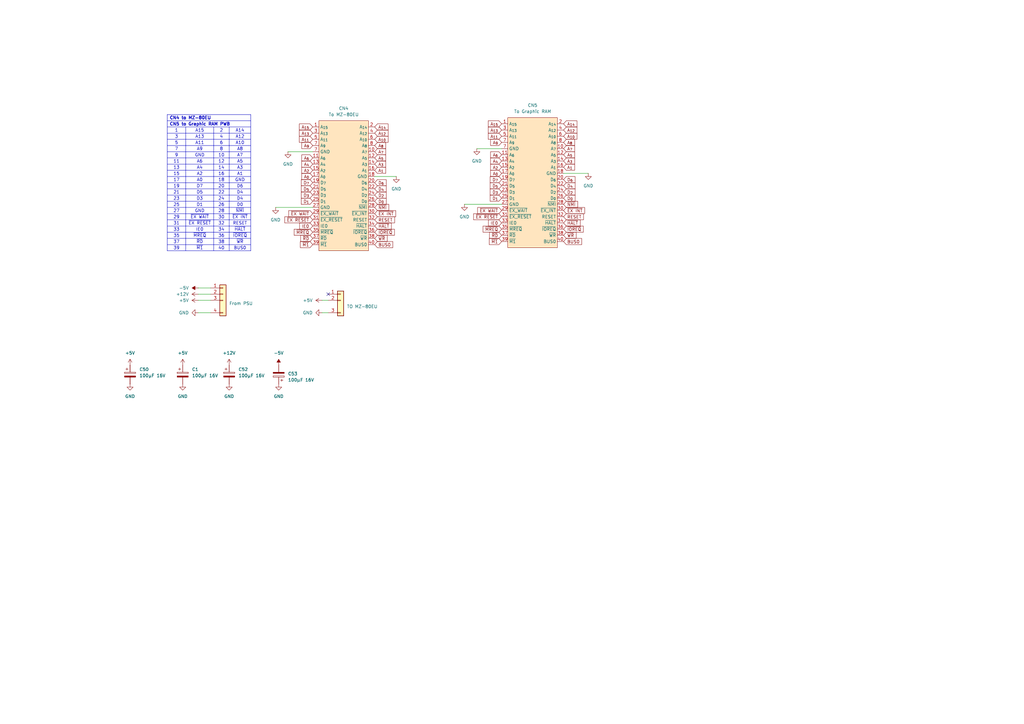
<source format=kicad_sch>
(kicad_sch (version 20250114) (generator "eeschema") (generator_version "9.0")
  (paper "A3")
  (title_block (title "Sharp MZ-80B CPU Board Circuits (5)") (date "14/FEB/2026") (rev "A") (company "Brett Hallen") (comment 4 "Redrawn from Service Manual"))
  (lib_symbols
    (symbol "Connector_Generic:Conn_01x04" (pin_names (offset 1.016) (hide yes))
      (property "Value" "TO MZ-80EU" (at 2.54 -2.5399 0))
      (symbol "Conn_01x04_1_1"
        (rectangle (start -1.27 3.81) (end 1.27 -6.35) (stroke (width 0.254)) (fill (type background)))
        (rectangle (start -1.27 2.667) (end 0 2.413) (stroke (width 0.1524)))
        (rectangle (start -1.27 0.127) (end 0 -0.127) (stroke (width 0.1524)))
        (rectangle (start -1.27 -4.953) (end 0 -5.207) (stroke (width 0.1524)))
        (pin passive line (at -5.08 2.54 0) (length 3.81) (name "") (number "1"))
        (pin passive line (at -5.08 0 0) (length 3.81) (name "+5V") (number "2"))
        (pin passive line (at -5.08 -5.08 0) (length 3.81) (name "GND") (number "3"))
      )
    )
    (symbol "Connector_Generic:Conn_01x05" (pin_names (offset 1.016) (hide yes))
      (property "Value" "From PSU" (at 2.54 -1.2699 0))
      (symbol "Conn_01x05_1_1"
        (rectangle (start -1.27 6.35) (end 1.27 -6.35) (stroke (width 0.254)) (fill (type background)))
        (rectangle (start -1.27 5.207) (end 0 4.953) (stroke (width 0.1524)))
        (rectangle (start -1.27 2.667) (end 0 2.413) (stroke (width 0.1524)))
        (rectangle (start -1.27 0.127) (end 0 -0.127) (stroke (width 0.1524)))
        (rectangle (start -1.27 -4.953) (end 0 -5.207) (stroke (width 0.1524)))
        (pin passive line (at -5.08 5.08 0) (length 3.81) (name "-5V") (number "1"))
        (pin passive line (at -5.08 2.54 0) (length 3.81) (name "+12V") (number "2"))
        (pin passive line (at -5.08 0 0) (length 3.81) (name "+5V") (number "3"))
        (pin passive line (at -5.08 -5.08 0) (length 3.81) (name "GND") (number "4"))
      )
    )
    (symbol "Device:C_Polarized" (pin_numbers (hide yes)) (pin_names (offset 0.254))
      (property "Reference" "C" (at 0.635 2.54 0))
      (property "Value" "C_Polarized" (at 0.635 -2.54 0))
      (symbol "C_Polarized_0_1"
        (rectangle (start -2.286 0.508) (end 2.286 1.016))
        (polyline (pts (xy -1.778 2.286) (xy -0.762 2.286)))
        (polyline (pts (xy -1.27 2.794) (xy -1.27 1.778)))
        (rectangle (start 2.286 -0.508) (end -2.286 -1.016) (fill (type outline)))
      )
      (symbol "C_Polarized_1_1"
        (pin passive line (at 0 3.81 270) (length 2.794) (name "~") (number "1"))
        (pin passive line (at 0 -3.81 90) (length 2.794) (name "~") (number "2"))
      )
    )
    (symbol "Expansion_Bus_1"
      (property "Reference" "CN" (at 0 0 0))
      (symbol "Expansion_Bus_1_1_0"
        (pin passive line (at -12.7 -7.62 0) (length 2.54) (name "A_{13}") (number "3"))
        (pin passive line (at 12.7 -5.08 180) (length 2.54) (name "A_{14}") (number "2"))
        (pin passive line (at 12.7 -7.62 180) (length 2.54) (name "A_{12}") (number "4"))
      )
      (symbol "Expansion_Bus_1_1_1"
        (rectangle (start -10.16 -2.54) (end 10.16 -55.88) (fill (type color) (color 255 229 191 1)))
        (pin passive line (at -12.7 -5.08 0) (length 2.54) (name "A_{15}") (number "1"))
        (pin passive line (at -12.7 -10.16 0) (length 2.54) (name "A_{11}") (number "5"))
        (pin passive line (at -12.7 -12.7 0) (length 2.54) (name "A_{9}") (number "7"))
        (pin passive line (at -12.7 -15.24 0) (length 2.54) (name "GND") (number "7"))
        (pin passive line (at -12.7 -17.78 0) (length 2.54) (name "A_{6}") (number "11"))
        (pin passive line (at -12.7 -20.32 0) (length 2.54) (name "A_{4}") (number "13"))
        (pin passive line (at -12.7 -22.86 0) (length 2.54) (name "A_{2}") (number "15"))
        (pin passive line (at -12.7 -25.4 0) (length 2.54) (name "A_{0}") (number "17"))
        (pin passive line (at -12.7 -27.94 0) (length 2.54) (name "D_{7}") (number "19"))
        (pin passive line (at -12.7 -30.48 0) (length 2.54) (name "D_{5}") (number "21"))
        (pin passive line (at -12.7 -33.02 0) (length 2.54) (name "D_{3}") (number "23"))
        (pin passive line (at -12.7 -35.56 0) (length 2.54) (name "D_{1}") (number "25"))
        (pin passive line (at -12.7 -38.1 0) (length 2.54) (name "GND") (number "27"))
        (pin passive line (at -12.7 -40.64 0) (length 2.54) (name "~{EX_WAIT}") (number "29"))
        (pin passive line (at -12.7 -43.18 0) (length 2.54) (name "~{EX_RESET}") (number "31"))
        (pin passive line (at -12.7 -45.72 0) (length 2.54) (name "IE0") (number "33"))
        (pin passive line (at -12.7 -48.26 0) (length 2.54) (name "~{MREQ}") (number "35"))
        (pin passive line (at -12.7 -50.8 0) (length 2.54) (name "~{RD}") (number "37"))
        (pin passive line (at -12.7 -53.34 0) (length 2.54) (name "~{M1}") (number "39"))
        (pin passive line (at 12.7 -10.16 180) (length 2.54) (name "A_{10}") (number "6"))
        (pin passive line (at 12.7 -12.7 180) (length 2.54) (name "A_{8}") (number "8"))
        (pin passive line (at 12.7 -15.24 180) (length 2.54) (name "A_{7}") (number "10"))
        (pin passive line (at 12.7 -17.78 180) (length 2.54) (name "A_{5}") (number "12"))
        (pin passive line (at 12.7 -20.32 180) (length 2.54) (name "A_{3}") (number "14"))
        (pin passive line (at 12.7 -22.86 180) (length 2.54) (name "A_{1}") (number "16"))
        (pin passive line (at 12.7 -25.4 180) (length 2.54) (name "GND") (number "18"))
        (pin passive line (at 12.7 -27.94 180) (length 2.54) (name "D_{6}") (number "20"))
        (pin passive line (at 12.7 -30.48 180) (length 2.54) (name "D_{4}") (number "22"))
        (pin passive line (at 12.7 -33.02 180) (length 2.54) (name "D_{2}") (number "24"))
        (pin passive line (at 12.7 -35.56 180) (length 2.54) (name "D_{0}") (number "26"))
        (pin passive line (at 12.7 -38.1 180) (length 2.54) (name "~{NMI}") (number "28"))
        (pin passive line (at 12.7 -40.64 180) (length 2.54) (name "~{EX_INT}") (number "30"))
        (pin passive line (at 12.7 -43.18 180) (length 2.54) (name "RESET") (number "32"))
        (pin passive line (at 12.7 -45.72 180) (length 2.54) (name "~{HALT}") (number "34"))
        (pin passive line (at 12.7 -48.26 180) (length 2.54) (name "~{IOREQ}") (number "36"))
        (pin passive line (at 12.7 -50.8 180) (length 2.54) (name "~{WR}") (number "38"))
        (pin passive line (at 12.7 -53.34 180) (length 2.54) (name "BUS0") (number "40"))
      )
    )
    (symbol "Sharp_MZ-80B:Expansion_Bus"
      (property "Reference" "CN" (at 0 0 0))
      (symbol "Expansion_Bus_1_0"
        (pin passive line (at -12.7 -7.62 0) (length 2.54) (name "A_{13}") (number "3"))
        (pin passive line (at 12.7 -5.08 180) (length 2.54) (name "A_{14}") (number "2"))
        (pin passive line (at 12.7 -7.62 180) (length 2.54) (name "A_{12}") (number "4"))
      )
      (symbol "Expansion_Bus_1_1"
        (rectangle (start -10.16 -2.54) (end 10.16 -55.88) (fill (type color) (color 255 229 191 1)))
        (pin passive line (at -12.7 -5.08 0) (length 2.54) (name "A_{15}") (number "1"))
        (pin passive line (at -12.7 -10.16 0) (length 2.54) (name "A_{11}") (number "5"))
        (pin passive line (at -12.7 -12.7 0) (length 2.54) (name "A_{9}") (number "7"))
        (pin passive line (at -12.7 -15.24 0) (length 2.54) (name "GND") (number "7"))
        (pin passive line (at -12.7 -17.78 0) (length 2.54) (name "A_{6}") (number "11"))
        (pin passive line (at -12.7 -20.32 0) (length 2.54) (name "A_{4}") (number "13"))
        (pin passive line (at -12.7 -22.86 0) (length 2.54) (name "A_{2}") (number "15"))
        (pin passive line (at -12.7 -25.4 0) (length 2.54) (name "A_{0}") (number "17"))
        (pin passive line (at -12.7 -27.94 0) (length 2.54) (name "D_{7}") (number "19"))
        (pin passive line (at -12.7 -30.48 0) (length 2.54) (name "D_{5}") (number "21"))
        (pin passive line (at -12.7 -33.02 0) (length 2.54) (name "D_{3}") (number "23"))
        (pin passive line (at -12.7 -35.56 0) (length 2.54) (name "D_{1}") (number "25"))
        (pin passive line (at -12.7 -38.1 0) (length 2.54) (name "GND") (number "27"))
        (pin passive line (at -12.7 -40.64 0) (length 2.54) (name "~{EX_WAIT}") (number "29"))
        (pin passive line (at -12.7 -43.18 0) (length 2.54) (name "~{EX_RESET}") (number "31"))
        (pin passive line (at -12.7 -45.72 0) (length 2.54) (name "IE0") (number "33"))
        (pin passive line (at -12.7 -48.26 0) (length 2.54) (name "~{MREQ}") (number "35"))
        (pin passive line (at -12.7 -50.8 0) (length 2.54) (name "~{RD}") (number "37"))
        (pin passive line (at -12.7 -53.34 0) (length 2.54) (name "~{M1}") (number "39"))
        (pin passive line (at 12.7 -10.16 180) (length 2.54) (name "A_{10}") (number "6"))
        (pin passive line (at 12.7 -12.7 180) (length 2.54) (name "A_{8}") (number "8"))
        (pin passive line (at 12.7 -15.24 180) (length 2.54) (name "A_{7}") (number "10"))
        (pin passive line (at 12.7 -17.78 180) (length 2.54) (name "A_{5}") (number "12"))
        (pin passive line (at 12.7 -20.32 180) (length 2.54) (name "A_{3}") (number "14"))
        (pin passive line (at 12.7 -22.86 180) (length 2.54) (name "A_{1}") (number "16"))
        (pin passive line (at 12.7 -25.4 180) (length 2.54) (name "GND") (number "18"))
        (pin passive line (at 12.7 -27.94 180) (length 2.54) (name "D_{6}") (number "20"))
        (pin passive line (at 12.7 -30.48 180) (length 2.54) (name "D_{4}") (number "22"))
        (pin passive line (at 12.7 -33.02 180) (length 2.54) (name "D_{2}") (number "24"))
        (pin passive line (at 12.7 -35.56 180) (length 2.54) (name "D_{0}") (number "26"))
        (pin passive line (at 12.7 -38.1 180) (length 2.54) (name "~{NMI}") (number "28"))
        (pin passive line (at 12.7 -40.64 180) (length 2.54) (name "~{EX_INT}") (number "30"))
        (pin passive line (at 12.7 -43.18 180) (length 2.54) (name "RESET") (number "32"))
        (pin passive line (at 12.7 -45.72 180) (length 2.54) (name "~{HALT}") (number "34"))
        (pin passive line (at 12.7 -48.26 180) (length 2.54) (name "~{IOREQ}") (number "36"))
        (pin passive line (at 12.7 -50.8 180) (length 2.54) (name "~{WR}") (number "38"))
        (pin passive line (at 12.7 -53.34 180) (length 2.54) (name "BUS0") (number "40"))
      )
    )
    (symbol "power:+12V" (power) (pin_numbers (hide yes)) (pin_names (offset 0) (hide yes))
      (property "Value" "+12V" (at 0 3.556 0))
      (symbol "+12V_0_1"
        (polyline (pts (xy -0.762 1.27) (xy 0 2.54)))
        (polyline (pts (xy 0 2.54) (xy 0.762 1.27)))
        (polyline (pts (xy 0 0) (xy 0 2.54)))
      )
      (symbol "+12V_1_1"
        (pin power_in line (at 0 0 90) (length 0) (name "~") (number "1"))
      )
    )
    (symbol "power:+5V" (power) (pin_numbers (hide yes)) (pin_names (offset 0) (hide yes))
      (property "Value" "+5V" (at 0 3.556 0))
      (symbol "+5V_0_1"
        (polyline (pts (xy -0.762 1.27) (xy 0 2.54)))
        (polyline (pts (xy 0 2.54) (xy 0.762 1.27)))
        (polyline (pts (xy 0 0) (xy 0 2.54)))
      )
      (symbol "+5V_1_1"
        (pin power_in line (at 0 0 90) (length 0) (name "~") (number "1"))
      )
    )
    (symbol "power:-5V" (power) (pin_numbers (hide yes)) (pin_names (offset 0) (hide yes))
      (property "Value" "-5V" (at 0 3.556 0))
      (symbol "-5V_0_0"
        (pin power_in line (at 0 0 90) (length 0) (name "~") (number "1"))
      )
      (symbol "-5V_0_1"
        (polyline (pts (xy 0 0) (xy 0 1.27) (xy 0.762 1.27) (xy 0 2.54) (xy -0.762 1.27) (xy 0 1.27)) (fill (type outline)))
      )
    )
    (symbol "power:GND" (power) (pin_numbers (hide yes)) (pin_names (offset 0) (hide yes))
      (property "Value" "GND" (at 0 -3.81 0))
      (symbol "GND_0_1"
        (polyline (pts (xy 0 0) (xy 0 -1.27) (xy 1.27 -1.27) (xy 0 -2.54) (xy -1.27 -1.27) (xy 0 -1.27)))
      )
      (symbol "GND_1_1"
        (pin power_in line (at 0 0 270) (length 0) (name "~") (number "1"))
      )
    )
  )
  (no_connect (at 134.62 120.65))
  (wire (pts (xy 81.28 128.27) (xy 86.36 128.27)))
  (wire (pts (xy 128.27 62.23) (xy 118.11 62.23)))
  (wire (pts (xy 132.08 128.27) (xy 134.62 128.27)))
  (wire (pts (xy 205.74 60.96) (xy 195.58 60.96)))
  (wire (pts (xy 81.28 123.19) (xy 86.36 123.19)))
  (wire (pts (xy 81.28 118.11) (xy 86.36 118.11)))
  (wire (pts (xy 81.28 120.65) (xy 86.36 120.65)))
  (wire (pts (xy 132.08 123.19) (xy 134.62 123.19)))
  (wire (pts (xy 128.27 85.09) (xy 113.03 85.09)))
  (wire (pts (xy 205.74 83.82) (xy 190.5 83.82)))
  (wire (pts (xy 153.67 72.39) (xy 162.56 72.39)))
  (wire (pts (xy 231.14 71.12) (xy 241.3 71.12)))
  (table (column_count 4) (border (external yes) (header yes)) (separators (rows yes) (cols yes)) (column_widths 7.62 11.43 6.35 8.89) (row_heights 2.54 2.54 2.54 2.54 2.54 2.54 2.54 2.54 2.54 2.54 2.54 2.54 2.54 2.54 2.54 2.54 2.54 2.54 2.54 2.54 2.54 2.54) (cells (table_cell "CN4 to MZ-80EU" (at 68.58 46.99 0) (size 34.29 2.54) (margins 0.9525 0.9525 0.9525 0.9525) (span 4 1)) (table_cell "rgb(124, 124, 124)" (at 76.2 46.99 0) (size 11.43 2.54) (margins 0.9525 0.9525 0.9525 0.9525) (span 0 0)) (table_cell "rgb(124, 124, 124)" (at 87.63 46.99 0) (size 6.35 2.54) (margins 0.9525 0.9525 0.9525 0.9525) (span 0 0)) (table_cell "rgb(124, 124, 124)" (at 93.98 46.99 0) (size 8.89 2.54) (margins 0.9525 0.9525 0.9525 0.9525) (span 0 0)) (table_cell "CN5 to Graphic RAM PWB" (at 68.58 49.53 0) (size 34.29 2.54) (margins 0.9525 0.9525 0.9525 0.9525) (span 4 1)) (table_cell "rgb(124, 124, 124)" (at 76.2 49.53 0) (size 11.43 2.54) (margins 0.9525 0.9525 0.9525 0.9525) (span 0 0)) (table_cell "rgb(124, 124, 124)" (at 87.63 49.53 0) (size 6.35 2.54) (margins 0.9525 0.9525 0.9525 0.9525) (span 0 0)) (table_cell "rgb(124, 124, 124)" (at 93.98 49.53 0) (size 8.89 2.54) (margins 0.9525 0.9525 0.9525 0.9525) (span 0 0)) (table_cell "1" (at 68.58 52.07 0) (size 7.62 2.54) (margins 0.9525 0.9525 0.9525 0.9525) (span 1 1)) (table_cell "A15" (at 76.2 52.07 0) (size 11.43 2.54) (margins 0.9525 0.9525 0.9525 0.9525) (span 1 1)) (table_cell "2" (at 87.63 52.07 0) (size 6.35 2.54) (margins 0.9525 0.9525 0.9525 0.9525) (span 1 1)) (table_cell "A14" (at 93.98 52.07 0) (size 8.89 2.54) (margins 0.9525 0.9525 0.9525 0.9525) (span 1 1)) (table_cell "3" (at 68.58 54.61 0) (size 7.62 2.54) (margins 0.9525 0.9525 0.9525 0.9525) (span 1 1)) (table_cell "A13" (at 76.2 54.61 0) (size 11.43 2.54) (margins 0.9525 0.9525 0.9525 0.9525) (span 1 1)) (table_cell "4" (at 87.63 54.61 0) (size 6.35 2.54) (margins 0.9525 0.9525 0.9525 0.9525) (span 1 1)) (table_cell "A12" (at 93.98 54.61 0) (size 8.89 2.54) (margins 0.9525 0.9525 0.9525 0.9525) (span 1 1)) (table_cell "5" (at 68.58 57.15 0) (size 7.62 2.54) (margins 0.9525 0.9525 0.9525 0.9525) (span 1 1)) (table_cell "A11" (at 76.2 57.15 0) (size 11.43 2.54) (margins 0.9525 0.9525 0.9525 0.9525) (span 1 1)) (table_cell "6" (at 87.63 57.15 0) (size 6.35 2.54) (margins 0.9525 0.9525 0.9525 0.9525) (span 1 1)) (table_cell "A10" (at 93.98 57.15 0) (size 8.89 2.54) (margins 0.9525 0.9525 0.9525 0.9525) (span 1 1)) (table_cell "7" (at 68.58 59.69 0) (size 7.62 2.54) (margins 0.9525 0.9525 0.9525 0.9525) (span 1 1)) (table_cell "A9" (at 76.2 59.69 0) (size 11.43 2.54) (margins 0.9525 0.9525 0.9525 0.9525) (span 1 1)) (table_cell "8" (at 87.63 59.69 0) (size 6.35 2.54) (margins 0.9525 0.9525 0.9525 0.9525) (span 1 1)) (table_cell "A8" (at 93.98 59.69 0) (size 8.89 2.54) (margins 0.9525 0.9525 0.9525 0.9525) (span 1 1)) (table_cell "9" (at 68.58 62.23 0) (size 7.62 2.54) (margins 0.9525 0.9525 0.9525 0.9525) (span 1 1)) (table_cell "GND" (at 76.2 62.23 0) (size 11.43 2.54) (margins 0.9525 0.9525 0.9525 0.9525) (span 1 1)) (table_cell "10" (at 87.63 62.23 0) (size 6.35 2.54) (margins 0.9525 0.9525 0.9525 0.9525) (span 1 1)) (table_cell "A7" (at 93.98 62.23 0) (size 8.89 2.54) (margins 0.9525 0.9525 0.9525 0.9525) (span 1 1)) (table_cell "11" (at 68.58 64.77 0) (size 7.62 2.54) (margins 0.9525 0.9525 0.9525 0.9525) (span 1 1)) (table_cell "A6" (at 76.2 64.77 0) (size 11.43 2.54) (margins 0.9525 0.9525 0.9525 0.9525) (span 1 1)) (table_cell "12" (at 87.63 64.77 0) (size 6.35 2.54) (margins 0.9525 0.9525 0.9525 0.9525) (span 1 1)) (table_cell "A5" (at 93.98 64.77 0) (size 8.89 2.54) (margins 0.9525 0.9525 0.9525 0.9525) (span 1 1)) (table_cell "13" (at 68.58 67.31 0) (size 7.62 2.54) (margins 0.9525 0.9525 0.9525 0.9525) (span 1 1)) (table_cell "A4" (at 76.2 67.31 0) (size 11.43 2.54) (margins 0.9525 0.9525 0.9525 0.9525) (span 1 1)) (table_cell "14" (at 87.63 67.31 0) (size 6.35 2.54) (margins 0.9525 0.9525 0.9525 0.9525) (span 1 1)) (table_cell "A3" (at 93.98 67.31 0) (size 8.89 2.54) (margins 0.9525 0.9525 0.9525 0.9525) (span 1 1)) (table_cell "15" (at 68.58 69.85 0) (size 7.62 2.54) (margins 0.9525 0.9525 0.9525 0.9525) (span 1 1)) (table_cell "A2" (at 76.2 69.85 0) (size 11.43 2.54) (margins 0.9525 0.9525 0.9525 0.9525) (span 1 1)) (table_cell "16" (at 87.63 69.85 0) (size 6.35 2.54) (margins 0.9525 0.9525 0.9525 0.9525) (span 1 1)) (table_cell "A1" (at 93.98 69.85 0) (size 8.89 2.54) (margins 0.9525 0.9525 0.9525 0.9525) (span 1 1)) (table_cell "17" (at 68.58 72.39 0) (size 7.62 2.54) (margins 0.9525 0.9525 0.9525 0.9525) (span 1 1)) (table_cell "A0" (at 76.2 72.39 0) (size 11.43 2.54) (margins 0.9525 0.9525 0.9525 0.9525) (span 1 1)) (table_cell "18" (at 87.63 72.39 0) (size 6.35 2.54) (margins 0.9525 0.9525 0.9525 0.9525) (span 1 1)) (table_cell "GND" (at 93.98 72.39 0) (size 8.89 2.54) (margins 0.9525 0.9525 0.9525 0.9525) (span 1 1)) (table_cell "19" (at 68.58 74.93 0) (size 7.62 2.54) (margins 0.9525 0.9525 0.9525 0.9525) (span 1 1)) (table_cell "D7" (at 76.2 74.93 0) (size 11.43 2.54) (margins 0.9525 0.9525 0.9525 0.9525) (span 1 1)) (table_cell "20" (at 87.63 74.93 0) (size 6.35 2.54) (margins 0.9525 0.9525 0.9525 0.9525) (span 1 1)) (table_cell "D6" (at 93.98 74.93 0) (size 8.89 2.54) (margins 0.9525 0.9525 0.9525 0.9525) (span 1 1)) (table_cell "21" (at 68.58 77.47 0) (size 7.62 2.54) (margins 0.9525 0.9525 0.9525 0.9525) (span 1 1)) (table_cell "D5" (at 76.2 77.47 0) (size 11.43 2.54) (margins 0.9525 0.9525 0.9525 0.9525) (span 1 1)) (table_cell "22" (at 87.63 77.47 0) (size 6.35 2.54) (margins 0.9525 0.9525 0.9525 0.9525) (span 1 1)) (table_cell "D4" (at 93.98 77.47 0) (size 8.89 2.54) (margins 0.9525 0.9525 0.9525 0.9525) (span 1 1)) (table_cell "23" (at 68.58 80.01 0) (size 7.62 2.54) (margins 0.9525 0.9525 0.9525 0.9525) (span 1 1)) (table_cell "D3" (at 76.2 80.01 0) (size 11.43 2.54) (margins 0.9525 0.9525 0.9525 0.9525) (span 1 1)) (table_cell "24" (at 87.63 80.01 0) (size 6.35 2.54) (margins 0.9525 0.9525 0.9525 0.9525) (span 1 1)) (table_cell "D4" (at 93.98 80.01 0) (size 8.89 2.54) (margins 0.9525 0.9525 0.9525 0.9525) (span 1 1)) (table_cell "25" (at 68.58 82.55 0) (size 7.62 2.54) (margins 0.9525 0.9525 0.9525 0.9525) (span 1 1)) (table_cell "D1" (at 76.2 82.55 0) (size 11.43 2.54) (margins 0.9525 0.9525 0.9525 0.9525) (span 1 1)) (table_cell "26" (at 87.63 82.55 0) (size 6.35 2.54) (margins 0.9525 0.9525 0.9525 0.9525) (span 1 1)) (table_cell "D0" (at 93.98 82.55 0) (size 8.89 2.54) (margins 0.9525 0.9525 0.9525 0.9525) (span 1 1)) (table_cell "27" (at 68.58 85.09 0) (size 7.62 2.54) (margins 0.9525 0.9525 0.9525 0.9525) (span 1 1)) (table_cell "GND" (at 76.2 85.09 0) (size 11.43 2.54) (margins 0.9525 0.9525 0.9525 0.9525) (span 1 1)) (table_cell "28" (at 87.63 85.09 0) (size 6.35 2.54) (margins 0.9525 0.9525 0.9525 0.9525) (span 1 1)) (table_cell "~{NMI}" (at 93.98 85.09 0) (size 8.89 2.54) (margins 0.9525 0.9525 0.9525 0.9525) (span 1 1)) (table_cell "29" (at 68.58 87.63 0) (size 7.62 2.54) (margins 0.9525 0.9525 0.9525 0.9525) (span 1 1)) (table_cell "~{EX WAIT}" (at 76.2 87.63 0) (size 11.43 2.54) (margins 0.9525 0.9525 0.9525 0.9525) (span 1 1)) (table_cell "30" (at 87.63 87.63 0) (size 6.35 2.54) (margins 0.9525 0.9525 0.9525 0.9525) (span 1 1)) (table_cell "~{EX INT}" (at 93.98 87.63 0) (size 8.89 2.54) (margins 0.9525 0.9525 0.9525 0.9525) (span 1 1)) (table_cell "31" (at 68.58 90.17 0) (size 7.62 2.54) (margins 0.9525 0.9525 0.9525 0.9525) (span 1 1)) (table_cell "~{EX RESET}" (at 76.2 90.17 0) (size 11.43 2.54) (margins 0.9525 0.9525 0.9525 0.9525) (span 1 1)) (table_cell "32" (at 87.63 90.17 0) (size 6.35 2.54) (margins 0.9525 0.9525 0.9525 0.9525) (span 1 1)) (table_cell "RESET" (at 93.98 90.17 0) (size 8.89 2.54) (margins 0.9525 0.9525 0.9525 0.9525) (span 1 1)) (table_cell "33" (at 68.58 92.71 0) (size 7.62 2.54) (margins 0.9525 0.9525 0.9525 0.9525) (span 1 1)) (table_cell "IE0" (at 76.2 92.71 0) (size 11.43 2.54) (margins 0.9525 0.9525 0.9525 0.9525) (span 1 1)) (table_cell "34" (at 87.63 92.71 0) (size 6.35 2.54) (margins 0.9525 0.9525 0.9525 0.9525) (span 1 1)) (table_cell "~{HALT}" (at 93.98 92.71 0) (size 8.89 2.54) (margins 0.9525 0.9525 0.9525 0.9525) (span 1 1)) (table_cell "35" (at 68.58 95.25 0) (size 7.62 2.54) (margins 0.9525 0.9525 0.9525 0.9525) (span 1 1)) (table_cell "~{MREQ}" (at 76.2 95.25 0) (size 11.43 2.54) (margins 0.9525 0.9525 0.9525 0.9525) (span 1 1)) (table_cell "36" (at 87.63 95.25 0) (size 6.35 2.54) (margins 0.9525 0.9525 0.9525 0.9525) (span 1 1)) (table_cell "~{IOREQ}" (at 93.98 95.25 0) (size 8.89 2.54) (margins 0.9525 0.9525 0.9525 0.9525) (span 1 1)) (table_cell "37" (at 68.58 97.79 0) (size 7.62 2.54) (margins 0.9525 0.9525 0.9525 0.9525) (span 1 1)) (table_cell "~{RD}" (at 76.2 97.79 0) (size 11.43 2.54) (margins 0.9525 0.9525 0.9525 0.9525) (span 1 1)) (table_cell "38" (at 87.63 97.79 0) (size 6.35 2.54) (margins 0.9525 0.9525 0.9525 0.9525) (span 1 1)) (table_cell "~{WR}" (at 93.98 97.79 0) (size 8.89 2.54) (margins 0.9525 0.9525 0.9525 0.9525) (span 1 1)) (table_cell "39" (at 68.58 100.33 0) (size 7.62 2.54) (margins 0.9525 0.9525 0.9525 0.9525) (span 1 1)) (table_cell "~{M1}" (at 76.2 100.33 0) (size 11.43 2.54) (margins 0.9525 0.9525 0.9525 0.9525) (span 1 1)) (table_cell "40" (at 87.63 100.33 0) (size 6.35 2.54) (margins 0.9525 0.9525 0.9525 0.9525) (span 1 1)) (table_cell "BUS0" (at 93.98 100.33 0) (size 8.89 2.54) (margins 0.9525 0.9525 0.9525 0.9525) (span 1 1))))
  (global_label "~{IOREQ}" (shape input) (at 231.14 93.98 0) (property "Intersheetrefs" "${INTERSHEET_REFS}" (effects (hide yes))))
  (global_label "A_{10}" (shape input) (at 231.14 55.88 0) (property "Intersheetrefs" "${INTERSHEET_REFS}" (effects (hide yes))))
  (global_label "D_{7}" (shape input) (at 205.74 73.66 180) (property "Intersheetrefs" "${INTERSHEET_REFS}" (effects (hide yes))))
  (global_label "A_{9}" (shape input) (at 205.74 58.42 180) (property "Intersheetrefs" "${INTERSHEET_REFS}" (effects (hide yes))))
  (global_label "~{RD}" (shape input) (at 205.74 96.52 180) (property "Intersheetrefs" "${INTERSHEET_REFS}" (effects (hide yes))))
  (global_label "A_{5}" (shape input) (at 231.14 63.5 0) (property "Intersheetrefs" "${INTERSHEET_REFS}" (effects (hide yes))))
  (global_label "~{RD}" (shape input) (at 128.27 97.79 180) (property "Intersheetrefs" "${INTERSHEET_REFS}" (effects (hide yes))))
  (global_label "~{EX WAIT}" (shape input) (at 205.74 86.36 180) (property "Intersheetrefs" "${INTERSHEET_REFS}" (effects (hide yes))))
  (global_label "A_{7}" (shape input) (at 231.14 60.96 0) (property "Intersheetrefs" "${INTERSHEET_REFS}" (effects (hide yes))))
  (global_label "D_{0}" (shape input) (at 231.14 81.28 0) (property "Intersheetrefs" "${INTERSHEET_REFS}" (effects (hide yes))))
  (global_label "D_{6}" (shape input) (at 231.14 73.66 0) (property "Intersheetrefs" "${INTERSHEET_REFS}" (effects (hide yes))))
  (global_label "D_{3}" (shape input) (at 205.74 78.74 180) (property "Intersheetrefs" "${INTERSHEET_REFS}" (effects (hide yes))))
  (global_label "RESET" (shape input) (at 231.14 88.9 0) (property "Intersheetrefs" "${INTERSHEET_REFS}" (effects (hide yes))))
  (global_label "~{HALT}" (shape input) (at 231.14 91.44 0) (property "Intersheetrefs" "${INTERSHEET_REFS}" (effects (hide yes))))
  (global_label "~{NMI}" (shape input) (at 231.14 83.82 0) (property "Intersheetrefs" "${INTERSHEET_REFS}" (effects (hide yes))))
  (global_label "A_{13}" (shape input) (at 205.74 53.34 180) (property "Intersheetrefs" "${INTERSHEET_REFS}" (effects (hide yes))))
  (global_label "D_{5}" (shape input) (at 205.74 76.2 180) (property "Intersheetrefs" "${INTERSHEET_REFS}" (effects (hide yes))))
  (global_label "A_{13}" (shape input) (at 128.27 54.61 180) (property "Intersheetrefs" "${INTERSHEET_REFS}" (effects (hide yes))))
  (global_label "A_{11}" (shape input) (at 128.27 57.15 180) (property "Intersheetrefs" "${INTERSHEET_REFS}" (effects (hide yes))))
  (global_label "A_{6}" (shape input) (at 128.27 64.77 180) (property "Intersheetrefs" "${INTERSHEET_REFS}" (effects (hide yes))))
  (global_label "A_{4}" (shape input) (at 128.27 67.31 180) (property "Intersheetrefs" "${INTERSHEET_REFS}" (effects (hide yes))))
  (global_label "A_{9}" (shape input) (at 128.27 59.69 180) (property "Intersheetrefs" "${INTERSHEET_REFS}" (effects (hide yes))))
  (global_label "RESET" (shape input) (at 153.67 90.17 0) (property "Intersheetrefs" "${INTERSHEET_REFS}" (effects (hide yes))))
  (global_label "~{HALT}" (shape input) (at 153.67 92.71 0) (property "Intersheetrefs" "${INTERSHEET_REFS}" (effects (hide yes))))
  (global_label "~{WR}" (shape input) (at 153.67 97.79 0) (property "Intersheetrefs" "${INTERSHEET_REFS}" (effects (hide yes))))
  (global_label "~{IOREQ}" (shape input) (at 153.67 95.25 0) (property "Intersheetrefs" "${INTERSHEET_REFS}" (effects (hide yes))))
  (global_label "~{EX INT}" (shape input) (at 153.67 87.63 0) (property "Intersheetrefs" "${INTERSHEET_REFS}" (effects (hide yes))))
  (global_label "BUS0" (shape input) (at 153.67 100.33 0) (property "Intersheetrefs" "${INTERSHEET_REFS}" (effects (hide yes))))
  (global_label "A_{15}" (shape input) (at 128.27 52.07 180) (property "Intersheetrefs" "${INTERSHEET_REFS}" (effects (hide yes))))
  (global_label "~{EX RESET}" (shape input) (at 128.27 90.17 180) (property "Intersheetrefs" "${INTERSHEET_REFS}" (effects (hide yes))))
  (global_label "~{M1}" (shape input) (at 128.27 100.33 180) (property "Intersheetrefs" "${INTERSHEET_REFS}" (effects (hide yes))))
  (global_label "IE0" (shape input) (at 128.27 92.71 180) (property "Intersheetrefs" "${INTERSHEET_REFS}" (effects (hide yes))))
  (global_label "~{MREQ}" (shape input) (at 128.27 95.25 180) (property "Intersheetrefs" "${INTERSHEET_REFS}" (effects (hide yes))))
  (global_label "~{EX WAIT}" (shape input) (at 128.27 87.63 180) (property "Intersheetrefs" "${INTERSHEET_REFS}" (effects (hide yes))))
  (global_label "A_{8}" (shape input) (at 153.67 59.69 0) (property "Intersheetrefs" "${INTERSHEET_REFS}" (effects (hide yes))))
  (global_label "A_{12}" (shape input) (at 153.67 54.61 0) (property "Intersheetrefs" "${INTERSHEET_REFS}" (effects (hide yes))))
  (global_label "A_{10}" (shape input) (at 153.67 57.15 0) (property "Intersheetrefs" "${INTERSHEET_REFS}" (effects (hide yes))))
  (global_label "A_{14}" (shape input) (at 153.67 52.07 0) (property "Intersheetrefs" "${INTERSHEET_REFS}" (effects (hide yes))))
  (global_label "A_{3}" (shape input) (at 153.67 67.31 0) (property "Intersheetrefs" "${INTERSHEET_REFS}" (effects (hide yes))))
  (global_label "A_{7}" (shape input) (at 153.67 62.23 0) (property "Intersheetrefs" "${INTERSHEET_REFS}" (effects (hide yes))))
  (global_label "A_{5}" (shape input) (at 153.67 64.77 0) (property "Intersheetrefs" "${INTERSHEET_REFS}" (effects (hide yes))))
  (global_label "D_{0}" (shape input) (at 153.67 82.55 0) (property "Intersheetrefs" "${INTERSHEET_REFS}" (effects (hide yes))))
  (global_label "D_{2}" (shape input) (at 153.67 80.01 0) (property "Intersheetrefs" "${INTERSHEET_REFS}" (effects (hide yes))))
  (global_label "D_{6}" (shape input) (at 153.67 74.93 0) (property "Intersheetrefs" "${INTERSHEET_REFS}" (effects (hide yes))))
  (global_label "D_{4}" (shape input) (at 153.67 77.47 0) (property "Intersheetrefs" "${INTERSHEET_REFS}" (effects (hide yes))))
  (global_label "~{NMI}" (shape input) (at 153.67 85.09 0) (property "Intersheetrefs" "${INTERSHEET_REFS}" (effects (hide yes))))
  (global_label "D_{1}" (shape input) (at 128.27 82.55 180) (property "Intersheetrefs" "${INTERSHEET_REFS}" (effects (hide yes))))
  (global_label "D_{7}" (shape input) (at 128.27 74.93 180) (property "Intersheetrefs" "${INTERSHEET_REFS}" (effects (hide yes))))
  (global_label "D_{3}" (shape input) (at 128.27 80.01 180) (property "Intersheetrefs" "${INTERSHEET_REFS}" (effects (hide yes))))
  (global_label "D_{5}" (shape input) (at 128.27 77.47 180) (property "Intersheetrefs" "${INTERSHEET_REFS}" (effects (hide yes))))
  (global_label "A_{1}" (shape input) (at 231.14 68.58 0) (property "Intersheetrefs" "${INTERSHEET_REFS}" (effects (hide yes))))
  (global_label "A_{4}" (shape input) (at 205.74 66.04 180) (property "Intersheetrefs" "${INTERSHEET_REFS}" (effects (hide yes))))
  (global_label "D_{1}" (shape input) (at 205.74 81.28 180) (property "Intersheetrefs" "${INTERSHEET_REFS}" (effects (hide yes))))
  (global_label "D_{4}" (shape input) (at 231.14 76.2 0) (property "Intersheetrefs" "${INTERSHEET_REFS}" (effects (hide yes))))
  (global_label "IE0" (shape input) (at 205.74 91.44 180) (property "Intersheetrefs" "${INTERSHEET_REFS}" (effects (hide yes))))
  (global_label "A_{2}" (shape input) (at 128.27 69.85 180) (property "Intersheetrefs" "${INTERSHEET_REFS}" (effects (hide yes))))
  (global_label "A_{1}" (shape input) (at 153.67 69.85 0) (property "Intersheetrefs" "${INTERSHEET_REFS}" (effects (hide yes))))
  (global_label "A_{0}" (shape input) (at 128.27 72.39 180) (property "Intersheetrefs" "${INTERSHEET_REFS}" (effects (hide yes))))
  (global_label "A_{0}" (shape input) (at 205.74 71.12 180) (property "Intersheetrefs" "${INTERSHEET_REFS}" (effects (hide yes))))
  (global_label "BUS0" (shape input) (at 231.14 99.06 0) (property "Intersheetrefs" "${INTERSHEET_REFS}" (effects (hide yes))))
  (global_label "A_{14}" (shape input) (at 231.14 50.8 0) (property "Intersheetrefs" "${INTERSHEET_REFS}" (effects (hide yes))))
  (global_label "A_{6}" (shape input) (at 205.74 63.5 180) (property "Intersheetrefs" "${INTERSHEET_REFS}" (effects (hide yes))))
  (global_label "~{EX RESET}" (shape input) (at 205.74 88.9 180) (property "Intersheetrefs" "${INTERSHEET_REFS}" (effects (hide yes))))
  (global_label "A_{2}" (shape input) (at 205.74 68.58 180) (property "Intersheetrefs" "${INTERSHEET_REFS}" (effects (hide yes))))
  (global_label "~{WR}" (shape input) (at 231.14 96.52 0) (property "Intersheetrefs" "${INTERSHEET_REFS}" (effects (hide yes))))
  (global_label "A_{15}" (shape input) (at 205.74 50.8 180) (property "Intersheetrefs" "${INTERSHEET_REFS}" (effects (hide yes))))
  (global_label "A_{11}" (shape input) (at 205.74 55.88 180) (property "Intersheetrefs" "${INTERSHEET_REFS}" (effects (hide yes))))
  (global_label "A_{8}" (shape input) (at 231.14 58.42 0) (property "Intersheetrefs" "${INTERSHEET_REFS}" (effects (hide yes))))
  (global_label "A_{3}" (shape input) (at 231.14 66.04 0) (property "Intersheetrefs" "${INTERSHEET_REFS}" (effects (hide yes))))
  (global_label "~{M1}" (shape input) (at 205.74 99.06 180) (property "Intersheetrefs" "${INTERSHEET_REFS}" (effects (hide yes))))
  (global_label "D_{2}" (shape input) (at 231.14 78.74 0) (property "Intersheetrefs" "${INTERSHEET_REFS}" (effects (hide yes))))
  (global_label "~{MREQ}" (shape input) (at 205.74 93.98 180) (property "Intersheetrefs" "${INTERSHEET_REFS}" (effects (hide yes))))
  (global_label "A_{12}" (shape input) (at 231.14 53.34 0) (property "Intersheetrefs" "${INTERSHEET_REFS}" (effects (hide yes))))
  (global_label "~{EX INT}" (shape input) (at 231.14 86.36 0) (property "Intersheetrefs" "${INTERSHEET_REFS}" (effects (hide yes))))
  (symbol (lib_id "Device:C_Polarized") (at 114.3 153.67 180) (unit 1)
    (property "Reference" "C53" (at 118.11 153.2889 0) (effects (justify right)))
    (property "Value" "100µF 16V" (at 118.11 155.8289 0) (effects (justify right)))
    (property "Description" "Polarized capacitor" (effects (hide yes)))
  )
  (symbol (lib_id "power:-5V") (at 81.28 118.11 90) (unit 1)
    (property "Reference" "#PWR033" (effects (hide yes)))
    (property "Value" "-5V" (at 77.47 118.1099 90) (effects (justify left)))
    (property "Description" "Power symbol creates a global label with name \"-5V\"" (effects (hide yes)))
  )
  (symbol (lib_id "power:GND") (at 114.3 157.48 0) (unit 1)
    (property "Reference" "#PWR042" (effects (hide yes)))
    (property "Value" "GND" (at 114.3 162.56 0))
    (property "Description" "Power symbol creates a global label with name \"GND\" , ground" (effects (hide yes)))
  )
  (symbol (lib_id "power:+5V") (at 53.34 149.86 0) (unit 1)
    (property "Reference" "#PWR046" (effects (hide yes)))
    (property "Value" "+5V" (at 53.34 144.78 0))
    (property "Description" "Power symbol creates a global label with name \"+5V\"" (effects (hide yes)))
  )
  (symbol (lib_id "power:+12V") (at 93.98 149.86 0) (unit 1)
    (property "Reference" "#PWR044" (effects (hide yes)))
    (property "Value" "+12V" (at 93.98 144.78 0))
    (property "Description" "Power symbol creates a global label with name \"+12V\"" (effects (hide yes)))
  )
  (symbol (lib_id "power:-5V") (at 114.3 149.86 0) (unit 1)
    (property "Reference" "#PWR043" (effects (hide yes)))
    (property "Value" "-5V" (at 114.3 144.78 0))
    (property "Description" "Power symbol creates a global label with name \"-5V\"" (effects (hide yes)))
  )
  (symbol (lib_id "Device:C_Polarized") (at 74.93 153.67 0) (unit 1)
    (property "Reference" "C1" (at 78.74 151.5109 0) (effects (justify left)))
    (property "Value" "100µF 16V" (at 78.74 154.0509 0) (effects (justify left)))
    (property "Description" "Polarized capacitor" (effects (hide yes)))
  )
  (symbol (lib_name "Expansion_Bus_1") (lib_id "Sharp_MZ-80B:Expansion_Bus") (at 218.44 45.72 0) (unit 1)
    (property "Reference" "CN5" (at 218.44 43.18 0))
    (property "Value" "To Graphic RAM" (at 218.44 45.72 0))
    (property "Footprint" "Connector_PinHeader_2.54mm:PinHeader_2x20_P2.54mm_Vertical" (effects (hide yes)))
    (property "Description" "40 pin expansion bus connector for Sharp MZ-80B" (effects (hide yes)))
  )
  (symbol (lib_id "Sharp_MZ-80B:Expansion_Bus") (at 140.97 46.99 0) (unit 1)
    (property "Reference" "CN4" (at 140.97 44.45 0))
    (property "Value" "To MZ-80EU" (at 140.97 46.99 0))
    (property "Footprint" "Connector_PinHeader_2.54mm:PinHeader_2x20_P2.54mm_Vertical" (effects (hide yes)))
    (property "Description" "40 pin expansion bus connector for Sharp MZ-80B" (effects (hide yes)))
  )
  (symbol (lib_id "power:GND") (at 74.93 157.48 0) (unit 1)
    (property "Reference" "#PWR040" (effects (hide yes)))
    (property "Value" "GND" (at 74.93 162.56 0))
    (property "Description" "Power symbol creates a global label with name \"GND\" , ground" (effects (hide yes)))
  )
  (symbol (lib_id "power:+5V") (at 81.28 123.19 90) (unit 1)
    (property "Reference" "#PWR035" (effects (hide yes)))
    (property "Value" "+5V" (at 77.47 123.1899 90) (effects (justify left)))
    (property "Description" "Power symbol creates a global label with name \"+5V\"" (effects (hide yes)))
  )
  (symbol (lib_id "power:GND") (at 118.11 62.23 0) (unit 1)
    (property "Reference" "#PWR061" (effects (hide yes)))
    (property "Value" "GND" (at 118.11 67.31 0))
    (property "Description" "Power symbol creates a global label with name \"GND\" , ground" (effects (hide yes)))
  )
  (symbol (lib_id "Connector_Generic:Conn_01x04") (at 139.7 123.19 0) (unit 1)
    (property "Reference" "J2" (effects (hide yes)))
    (property "Value" "TO MZ-80EU" (at 142.24 125.7299 0) (effects (justify left)))
    (property "Description" "Generic connector, single row, 01x04, script generated (kicad-library-utils/schlib/autogen/connector/)" (effects (hide yes)))
  )
  (symbol (lib_id "power:GND") (at 132.08 128.27 270) (unit 1)
    (property "Reference" "#PWR038" (effects (hide yes)))
    (property "Value" "GND" (at 128.27 128.2699 90) (effects (justify right)))
    (property "Description" "Power symbol creates a global label with name \"GND\" , ground" (effects (hide yes)))
  )
  (symbol (lib_id "power:GND") (at 81.28 128.27 270) (unit 1)
    (property "Reference" "#PWR036" (effects (hide yes)))
    (property "Value" "GND" (at 77.47 128.2699 90) (effects (justify right)))
    (property "Description" "Power symbol creates a global label with name \"GND\" , ground" (effects (hide yes)))
  )
  (symbol (lib_id "power:GND") (at 93.98 157.48 0) (unit 1)
    (property "Reference" "#PWR041" (effects (hide yes)))
    (property "Value" "GND" (at 93.98 162.56 0))
    (property "Description" "Power symbol creates a global label with name \"GND\" , ground" (effects (hide yes)))
  )
  (symbol (lib_id "power:GND") (at 195.58 60.96 0) (unit 1)
    (property "Reference" "#PWR063" (effects (hide yes)))
    (property "Value" "GND" (at 195.58 66.04 0))
    (property "Description" "Power symbol creates a global label with name \"GND\" , ground" (effects (hide yes)))
  )
  (symbol (lib_id "Device:C_Polarized") (at 53.34 153.67 0) (unit 1)
    (property "Reference" "C50" (at 57.15 151.5109 0) (effects (justify left)))
    (property "Value" "100µF 16V" (at 57.15 154.0509 0) (effects (justify left)))
    (property "Description" "Polarized capacitor" (effects (hide yes)))
  )
  (symbol (lib_id "power:GND") (at 162.56 72.39 0) (unit 1)
    (property "Reference" "#PWR065" (effects (hide yes)))
    (property "Value" "GND" (at 162.56 77.47 0))
    (property "Description" "Power symbol creates a global label with name \"GND\" , ground" (effects (hide yes)))
  )
  (symbol (lib_id "power:+5V") (at 74.93 149.86 0) (unit 1)
    (property "Reference" "#PWR045" (effects (hide yes)))
    (property "Value" "+5V" (at 74.93 144.78 0))
    (property "Description" "Power symbol creates a global label with name \"+5V\"" (effects (hide yes)))
  )
  (symbol (lib_id "power:GND") (at 113.03 85.09 0) (unit 1)
    (property "Reference" "#PWR062" (effects (hide yes)))
    (property "Value" "GND" (at 113.03 90.17 0))
    (property "Description" "Power symbol creates a global label with name \"GND\" , ground" (effects (hide yes)))
  )
  (symbol (lib_id "power:GND") (at 190.5 83.82 0) (unit 1)
    (property "Reference" "#PWR064" (effects (hide yes)))
    (property "Value" "GND" (at 190.5 88.9 0))
    (property "Description" "Power symbol creates a global label with name \"GND\" , ground" (effects (hide yes)))
  )
  (symbol (lib_id "Connector_Generic:Conn_01x05") (at 91.44 123.19 0) (unit 1)
    (property "Reference" "J1" (effects (hide yes)))
    (property "Value" "From PSU" (at 93.98 124.4599 0) (effects (justify left)))
    (property "Description" "Generic connector, single row, 01x05, script generated (kicad-library-utils/schlib/autogen/connector/)" (effects (hide yes)))
  )
  (symbol (lib_id "power:GND") (at 53.34 157.48 0) (unit 1)
    (property "Reference" "#PWR039" (effects (hide yes)))
    (property "Value" "GND" (at 53.34 162.56 0))
    (property "Description" "Power symbol creates a global label with name \"GND\" , ground" (effects (hide yes)))
  )
  (symbol (lib_id "power:+12V") (at 81.28 120.65 90) (unit 1)
    (property "Reference" "#PWR034" (effects (hide yes)))
    (property "Value" "+12V" (at 77.47 120.6499 90) (effects (justify left)))
    (property "Description" "Power symbol creates a global label with name \"+12V\"" (effects (hide yes)))
  )
  (symbol (lib_id "Device:C_Polarized") (at 93.98 153.67 0) (unit 1)
    (property "Reference" "C52" (at 97.79 151.5109 0) (effects (justify left)))
    (property "Value" "100µF 16V" (at 97.79 154.0509 0) (effects (justify left)))
    (property "Description" "Polarized capacitor" (effects (hide yes)))
  )
  (symbol (lib_id "power:GND") (at 241.3 71.12 0) (unit 1)
    (property "Reference" "#PWR066" (effects (hide yes)))
    (property "Value" "GND" (at 241.3 76.2 0))
    (property "Description" "Power symbol creates a global label with name \"GND\" , ground" (effects (hide yes)))
  )
  (symbol (lib_id "power:+5V") (at 132.08 123.19 90) (unit 1)
    (property "Reference" "#PWR037" (effects (hide yes)))
    (property "Value" "+5V" (at 128.27 123.1899 90) (effects (justify left)))
    (property "Description" "Power symbol creates a global label with name \"+5V\"" (effects (hide yes)))
  )
)
</source>
